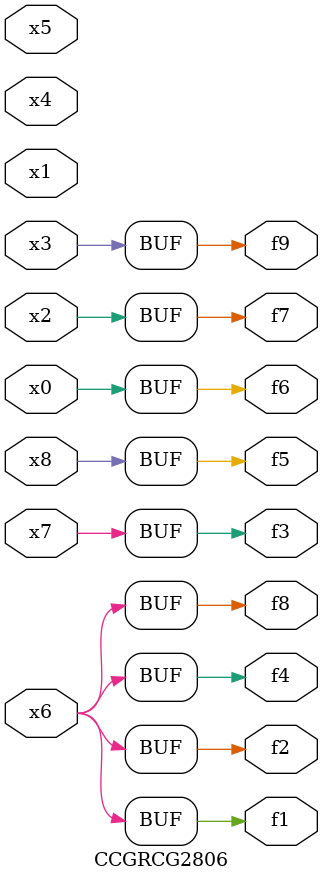
<source format=v>
module CCGRCG2806(
	input x0, x1, x2, x3, x4, x5, x6, x7, x8,
	output f1, f2, f3, f4, f5, f6, f7, f8, f9
);
	assign f1 = x6;
	assign f2 = x6;
	assign f3 = x7;
	assign f4 = x6;
	assign f5 = x8;
	assign f6 = x0;
	assign f7 = x2;
	assign f8 = x6;
	assign f9 = x3;
endmodule

</source>
